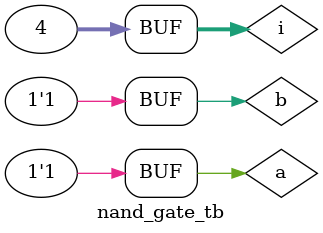
<source format=v>
module nand_gate(a,b,c);
input a,b;
output c;
assign c= ~(a & b);
endmodule

//test bench
`timescale 1ns/1ns
module nand_gate_tb;
reg a,b; //DUT input
wire c;   // DUT output

integer i;
nand_gate f(a,b,c); //DUT module instantiation

initial begin
	for (i=0 ; i<4; i=i+1)
		#10 {a,b}=i;
end

initial
$monitor("T=%0t\n a=%b\n b=%b\n c=%b\n",$realtime,a,b,c);

endmodule

</source>
